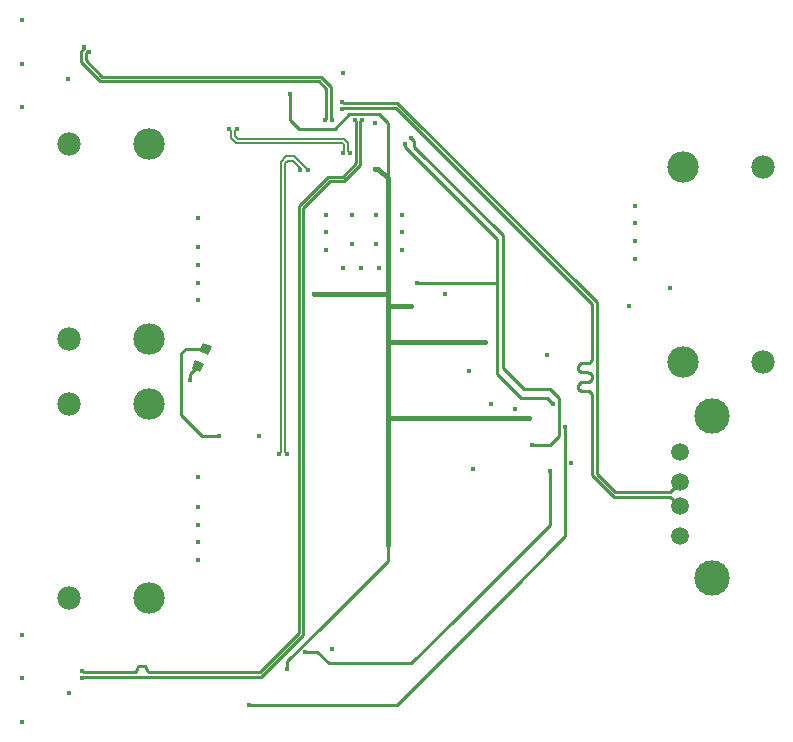
<source format=gbr>
G04 #@! TF.GenerationSoftware,KiCad,Pcbnew,(5.1.2)-2*
G04 #@! TF.CreationDate,2020-12-08T23:46:53+13:00*
G04 #@! TF.ProjectId,DPSwitch,44505377-6974-4636-982e-6b696361645f,rev?*
G04 #@! TF.SameCoordinates,Original*
G04 #@! TF.FileFunction,Copper,L4,Bot*
G04 #@! TF.FilePolarity,Positive*
%FSLAX46Y46*%
G04 Gerber Fmt 4.6, Leading zero omitted, Abs format (unit mm)*
G04 Created by KiCad (PCBNEW (5.1.2)-2) date 2020-12-08 23:46:53*
%MOMM*%
%LPD*%
G04 APERTURE LIST*
%ADD10C,0.800000*%
%ADD11C,0.100000*%
%ADD12C,2.660000*%
%ADD13C,1.982000*%
%ADD14C,1.500000*%
%ADD15C,3.000000*%
%ADD16C,0.450000*%
%ADD17C,0.400000*%
%ADD18C,0.250000*%
%ADD19C,0.152400*%
%ADD20C,0.228600*%
G04 APERTURE END LIST*
D10*
X79075390Y-70619164D03*
D11*
G36*
X79278114Y-71147277D02*
G01*
X78547277Y-70821888D01*
X78872666Y-70091051D01*
X79603503Y-70416440D01*
X79278114Y-71147277D01*
X79278114Y-71147277D01*
G37*
D10*
X78424610Y-72080836D03*
D11*
G36*
X78627334Y-72608949D02*
G01*
X77896497Y-72283560D01*
X78221886Y-71552723D01*
X78952723Y-71878112D01*
X78627334Y-72608949D01*
X78627334Y-72608949D01*
G37*
D12*
X74260000Y-69750000D03*
D13*
X67480000Y-69750000D03*
X67480000Y-53250000D03*
D12*
X74260000Y-53250000D03*
D14*
X119250000Y-79390000D03*
X119250000Y-81930000D03*
X119250000Y-83960000D03*
X119250000Y-86500000D03*
D15*
X121920000Y-76340000D03*
X121920000Y-90060000D03*
D12*
X119490000Y-55250000D03*
D13*
X126270000Y-55250000D03*
X126270000Y-71750000D03*
D12*
X119490000Y-71750000D03*
X74260000Y-91750000D03*
D13*
X67480000Y-91750000D03*
X67480000Y-75250000D03*
D12*
X74260000Y-75250000D03*
D16*
X91500000Y-61750000D03*
X93500000Y-61750000D03*
X93500000Y-59250000D03*
X91500000Y-59250000D03*
X115400000Y-60000000D03*
X115400000Y-58500000D03*
X115400000Y-61500000D03*
X115400000Y-63000000D03*
X78400000Y-59500000D03*
X78400000Y-62000000D03*
X78400000Y-63500000D03*
X78400000Y-65000000D03*
X78400000Y-66500000D03*
X78400000Y-84000000D03*
X78400000Y-85500000D03*
X78400000Y-87000000D03*
X78400000Y-88500000D03*
X89250000Y-62250000D03*
X89250000Y-60750000D03*
X89250000Y-59250000D03*
X78400000Y-81500000D03*
X118400000Y-65500000D03*
X93400000Y-51500000D03*
X99386802Y-66013198D03*
X101400000Y-72500000D03*
X108000000Y-71100000D03*
X114900000Y-67000000D03*
X89750000Y-96000000D03*
X90750000Y-47250000D03*
X90750000Y-63750000D03*
X92250000Y-63750000D03*
X93750000Y-63750000D03*
X95750000Y-59250000D03*
X95750000Y-60750000D03*
X95750000Y-62250000D03*
X83600000Y-78000000D03*
X67400000Y-47800000D03*
X63500000Y-46500000D03*
X63500000Y-42817000D03*
X63500000Y-50183000D03*
X63500000Y-98500000D03*
X63500000Y-94817000D03*
X63500000Y-102183000D03*
X67500000Y-99750000D03*
X103250000Y-75250000D03*
X101700000Y-80800000D03*
X110000000Y-80250000D03*
X105250000Y-75750000D03*
X93400000Y-55400000D03*
X102750000Y-70000000D03*
X88250000Y-66000000D03*
X96500000Y-67000000D03*
X86250000Y-49000000D03*
X77750000Y-73250000D03*
X86000000Y-97750000D03*
X99800000Y-76450000D03*
X106450000Y-76450000D03*
X87064028Y-55434445D03*
X85976600Y-79500000D03*
X87717228Y-55434445D03*
X85323400Y-79500000D03*
X89204515Y-51250000D03*
X68791060Y-45041060D03*
X89795485Y-51250000D03*
X69208940Y-45458940D03*
X90650000Y-50295485D03*
X90673400Y-54000000D03*
X81073400Y-52000000D03*
X91326600Y-54000000D03*
X81726600Y-52000000D03*
X90650000Y-49704515D03*
X80250000Y-78000000D03*
X91704515Y-51250000D03*
X68650000Y-97880665D03*
X92295485Y-51250000D03*
X68650000Y-98471635D03*
X96000000Y-53250000D03*
X97000000Y-65000000D03*
X108500000Y-75250000D03*
X87500000Y-96250000D03*
X108250000Y-81000000D03*
X82750000Y-100750000D03*
X109500000Y-77250000D03*
X96500000Y-52750000D03*
X106750000Y-78750000D03*
D17*
X93718198Y-55400000D02*
X94500000Y-56181802D01*
X93400000Y-55400000D02*
X93718198Y-55400000D01*
X94500000Y-66000000D02*
X88250000Y-66000000D01*
X94500000Y-67000000D02*
X94500000Y-69250000D01*
X94500000Y-66000000D02*
X94500000Y-67000000D01*
X94500000Y-67000000D02*
X96500000Y-67000000D01*
X94500000Y-56181802D02*
X94500000Y-56750000D01*
X94500000Y-56750000D02*
X94500000Y-66000000D01*
D18*
X94500000Y-51500000D02*
X93750000Y-50750000D01*
X91250000Y-50750000D02*
X90000000Y-52000000D01*
X93750000Y-50750000D02*
X91250000Y-50750000D01*
X94500000Y-56750000D02*
X94500000Y-51500000D01*
X86250000Y-51250000D02*
X87000000Y-52000000D01*
X86250000Y-49000000D02*
X86250000Y-51250000D01*
X90000000Y-52000000D02*
X87000000Y-52000000D01*
D17*
X95500000Y-70000000D02*
X94500000Y-70000000D01*
X94500000Y-69250000D02*
X94500000Y-70000000D01*
X95500000Y-70000000D02*
X102750000Y-70000000D01*
X94500000Y-78250000D02*
X94500000Y-87250000D01*
D18*
X78424610Y-72080836D02*
X77750000Y-72755446D01*
X77750000Y-72755446D02*
X77750000Y-73250000D01*
X94500000Y-88583998D02*
X89041999Y-94041999D01*
X94500000Y-87250000D02*
X94500000Y-88583998D01*
X86000000Y-97083998D02*
X89041999Y-94041999D01*
X89041999Y-94041999D02*
X89250000Y-93833998D01*
D17*
X94550000Y-76450000D02*
X94500000Y-76500000D01*
X99800000Y-76450000D02*
X94550000Y-76450000D01*
X94500000Y-70000000D02*
X94500000Y-76500000D01*
X94500000Y-76500000D02*
X94500000Y-78250000D01*
D18*
X86000000Y-97750000D02*
X86000000Y-97083998D01*
D17*
X99800000Y-76450000D02*
X106450000Y-76450000D01*
D19*
X85827800Y-54923648D02*
X86073648Y-54677800D01*
X85827800Y-79351200D02*
X85827800Y-54923648D01*
X85976600Y-79500000D02*
X85827800Y-79351200D01*
X87064028Y-55284140D02*
X87064028Y-55434445D01*
X86073648Y-54677800D02*
X86457688Y-54677800D01*
X86457688Y-54677800D02*
X87064028Y-55284140D01*
X85472200Y-54776352D02*
X85926352Y-54322200D01*
X85472200Y-79351200D02*
X85472200Y-54776352D01*
X85323400Y-79500000D02*
X85472200Y-79351200D01*
X87315475Y-55032692D02*
X87717228Y-55434445D01*
X86604983Y-54322200D02*
X87315475Y-55032692D01*
X85926352Y-54322200D02*
X86604983Y-54322200D01*
D20*
X89315215Y-51139300D02*
X89315215Y-48576541D01*
X89204515Y-51250000D02*
X89315215Y-51139300D01*
X89315215Y-48576541D02*
X88673459Y-47934785D01*
X88673459Y-47934785D02*
X70173459Y-47934785D01*
X70173459Y-47934785D02*
X68565215Y-46326541D01*
X68791060Y-45197614D02*
X68791060Y-45041060D01*
X68565215Y-45423459D02*
X68791060Y-45197614D01*
X68565215Y-46326541D02*
X68565215Y-45423459D01*
X70326541Y-47565215D02*
X68934785Y-46173459D01*
X88826541Y-47565215D02*
X70326541Y-47565215D01*
X89684785Y-48423459D02*
X88826541Y-47565215D01*
X89795485Y-51250000D02*
X89684785Y-51139300D01*
X89684785Y-51139300D02*
X89684785Y-48423459D01*
X68934785Y-46173459D02*
X68934785Y-45576541D01*
X68934785Y-45576541D02*
X69052386Y-45458940D01*
X69052386Y-45458940D02*
X69208940Y-45458940D01*
X111815215Y-71415215D02*
X111815215Y-66826541D01*
X111727948Y-71664610D02*
X111775603Y-71588768D01*
X111664611Y-71727947D02*
X111727948Y-71664610D01*
X111588769Y-71775602D02*
X111664611Y-71727947D01*
X111504224Y-71805186D02*
X111588769Y-71775602D01*
X111415215Y-71815215D02*
X111504224Y-71805186D01*
X110997325Y-71815215D02*
X111415215Y-71815215D01*
X110908317Y-71825243D02*
X110997325Y-71815215D01*
X110823772Y-71854827D02*
X110908317Y-71825243D01*
X110747930Y-71902482D02*
X110823772Y-71854827D01*
X110684593Y-71965819D02*
X110747930Y-71902482D01*
X110636938Y-72041661D02*
X110684593Y-71965819D01*
X95173459Y-50184785D02*
X90760700Y-50184785D01*
X110607354Y-72126206D02*
X110636938Y-72041661D01*
X110597325Y-72215215D02*
X110607354Y-72126206D01*
X110607354Y-72304223D02*
X110597325Y-72215215D01*
X111805187Y-71504223D02*
X111815215Y-71415215D01*
X110636938Y-72388768D02*
X110607354Y-72304223D01*
X110684593Y-72464610D02*
X110636938Y-72388768D01*
X110747930Y-72527947D02*
X110684593Y-72464610D01*
X110823772Y-72575602D02*
X110747930Y-72527947D01*
X110908317Y-72605186D02*
X110823772Y-72575602D01*
X110997325Y-72615215D02*
X110908317Y-72605186D01*
X111415215Y-72615215D02*
X110997325Y-72615215D01*
X111504224Y-72625243D02*
X111415215Y-72615215D01*
X111588769Y-72654827D02*
X111504224Y-72625243D01*
X111664611Y-72702482D02*
X111588769Y-72654827D01*
X111727948Y-72765819D02*
X111664611Y-72702482D01*
X111775603Y-72841661D02*
X111727948Y-72765819D01*
X110823772Y-74175602D02*
X110747930Y-74127947D01*
X110908317Y-74205186D02*
X110823772Y-74175602D01*
X111775603Y-73188768D02*
X111805187Y-73104223D01*
X111415215Y-74215215D02*
X110997325Y-74215215D01*
X110908317Y-73425243D02*
X110997325Y-73415215D01*
X111504224Y-74225243D02*
X111415215Y-74215215D01*
X110997325Y-73415215D02*
X111415215Y-73415215D01*
X111588769Y-74254827D02*
X111504224Y-74225243D01*
X110747930Y-74127947D02*
X110684593Y-74064610D01*
X111664611Y-74302482D02*
X111588769Y-74254827D01*
X110684593Y-73565819D02*
X110747930Y-73502482D01*
X111727948Y-74365819D02*
X111664611Y-74302482D01*
X111805187Y-74526206D02*
X111775603Y-74441661D01*
X110997325Y-74215215D02*
X110908317Y-74205186D01*
X111775603Y-74441661D02*
X111727948Y-74365819D01*
X110684593Y-74064610D02*
X110636938Y-73988768D01*
X118419785Y-83129785D02*
X113618459Y-83129785D01*
X119250000Y-83960000D02*
X118419785Y-83129785D01*
X111727948Y-73264610D02*
X111775603Y-73188768D01*
X113618459Y-83129785D02*
X111815215Y-81326541D01*
X111815215Y-81326541D02*
X111815215Y-74615215D01*
X111815215Y-74615215D02*
X111805187Y-74526206D01*
X111588769Y-73375602D02*
X111664611Y-73327947D01*
X110636938Y-73988768D02*
X110607354Y-73904223D01*
X110607354Y-73904223D02*
X110597325Y-73815215D01*
X110597325Y-73815215D02*
X110607354Y-73726206D01*
X110607354Y-73726206D02*
X110636938Y-73641661D01*
X111504224Y-73405186D02*
X111588769Y-73375602D01*
X110636938Y-73641661D02*
X110684593Y-73565819D01*
X111815215Y-66826541D02*
X95173459Y-50184785D01*
X110747930Y-73502482D02*
X110823772Y-73454827D01*
X111805187Y-72926206D02*
X111775603Y-72841661D01*
X111775603Y-71588768D02*
X111805187Y-71504223D01*
X110823772Y-73454827D02*
X110908317Y-73425243D01*
X90760700Y-50184785D02*
X90650000Y-50295485D01*
X111415215Y-73415215D02*
X111504224Y-73405186D01*
X111664611Y-73327947D02*
X111727948Y-73264610D01*
X111805187Y-73104223D02*
X111815215Y-73015215D01*
X111815215Y-73015215D02*
X111805187Y-72926206D01*
D19*
X81073400Y-52000000D02*
X81222200Y-52148800D01*
X81222200Y-52148800D02*
X81222200Y-52723648D01*
X81222200Y-52723648D02*
X81676352Y-53177800D01*
X81676352Y-53177800D02*
X90676352Y-53177800D01*
X90822200Y-53851200D02*
X90673400Y-54000000D01*
X90822200Y-53323648D02*
X90822200Y-53851200D01*
X90676352Y-53177800D02*
X90822200Y-53323648D01*
X81726600Y-52000000D02*
X81577800Y-52148800D01*
X81577800Y-52148800D02*
X81577800Y-52576352D01*
X81577800Y-52576352D02*
X81823648Y-52822200D01*
X81823648Y-52822200D02*
X90823648Y-52822200D01*
X91177800Y-53851200D02*
X91326600Y-54000000D01*
X90823648Y-52822200D02*
X91177800Y-53176352D01*
X91177800Y-53176352D02*
X91177800Y-53851200D01*
D20*
X90650000Y-49704515D02*
X90760700Y-49815215D01*
X90760700Y-49815215D02*
X95326541Y-49815215D01*
X95326541Y-49815215D02*
X112184785Y-66673459D01*
X112184785Y-66673459D02*
X112184785Y-81173459D01*
X118419785Y-82760215D02*
X119250000Y-81930000D01*
X112184785Y-81173459D02*
X113771541Y-82760215D01*
X113771541Y-82760215D02*
X118419785Y-82760215D01*
D18*
X77380836Y-70619164D02*
X79075390Y-70619164D01*
X77000000Y-71000000D02*
X77380836Y-70619164D01*
X77000000Y-76250000D02*
X77000000Y-71000000D01*
X80250000Y-78000000D02*
X78750000Y-78000000D01*
X78750000Y-78000000D02*
X77000000Y-76250000D01*
D20*
X91815215Y-51360700D02*
X91704515Y-51250000D01*
X73552675Y-97447325D02*
X73808635Y-97447325D01*
X73434649Y-97474264D02*
X73492144Y-97454146D01*
X73340001Y-97549744D02*
X73383073Y-97506672D01*
X68760700Y-97991365D02*
X73008635Y-97991365D01*
X73383073Y-97506672D02*
X73434649Y-97474264D01*
X73926660Y-97474264D02*
X73978236Y-97506672D01*
X73307593Y-97601320D02*
X73340001Y-97549744D01*
X73492144Y-97454146D02*
X73552675Y-97447325D01*
X73287475Y-97658815D02*
X73307593Y-97601320D01*
X73273834Y-97779876D02*
X73287475Y-97658815D01*
X73253716Y-97837371D02*
X73273834Y-97779876D01*
X73221308Y-97888947D02*
X73253716Y-97837371D01*
X86965215Y-94673459D02*
X86965215Y-58523459D01*
X68650000Y-97880665D02*
X68760700Y-97991365D01*
X73008635Y-97991365D02*
X73069165Y-97984545D01*
X73069165Y-97984545D02*
X73126660Y-97964427D01*
X74107593Y-97837371D02*
X74140001Y-97888947D01*
X73126660Y-97964427D02*
X73178236Y-97932019D01*
X73178236Y-97932019D02*
X73221308Y-97888947D01*
X73808635Y-97447325D02*
X73869165Y-97454146D01*
X73869165Y-97454146D02*
X73926660Y-97474264D01*
X73978236Y-97506672D02*
X74021308Y-97549744D01*
X74087475Y-97779876D02*
X74107593Y-97837371D01*
X74021308Y-97549744D02*
X74053716Y-97601320D01*
X74053716Y-97601320D02*
X74073834Y-97658815D01*
X74073834Y-97658815D02*
X74087475Y-97779876D01*
X74234649Y-97964427D02*
X74292144Y-97984545D01*
X74140001Y-97888947D02*
X74183073Y-97932019D01*
X90673459Y-56065215D02*
X91815215Y-54923459D01*
X74183073Y-97932019D02*
X74234649Y-97964427D01*
X74292144Y-97984545D02*
X74352675Y-97991365D01*
X74352675Y-97991365D02*
X83647309Y-97991365D01*
X83647309Y-97991365D02*
X86965215Y-94673459D01*
X86965215Y-58523459D02*
X89423459Y-56065215D01*
X89423459Y-56065215D02*
X90673459Y-56065215D01*
X91815215Y-54923459D02*
X91815215Y-51360700D01*
X68650000Y-98471635D02*
X68760700Y-98360935D01*
X87334785Y-94826541D02*
X87334785Y-58676541D01*
X83800391Y-98360935D02*
X87334785Y-94826541D01*
X87334785Y-58676541D02*
X89576541Y-56434785D01*
X68760700Y-98360935D02*
X83800391Y-98360935D01*
X89576541Y-56434785D02*
X90826541Y-56434785D01*
X92184785Y-51360700D02*
X92295485Y-51250000D01*
X90826541Y-56434785D02*
X92184785Y-55076541D01*
X92184785Y-55076541D02*
X92184785Y-51360700D01*
D18*
X96000000Y-53568198D02*
X103750000Y-61318198D01*
X96000000Y-53250000D02*
X96000000Y-53568198D01*
X97000000Y-65000000D02*
X103750000Y-65000000D01*
X103750000Y-61318198D02*
X103750000Y-65000000D01*
X103750000Y-72250000D02*
X103750000Y-72750000D01*
X103750000Y-65000000D02*
X103750000Y-72250000D01*
X103750000Y-72750000D02*
X105750000Y-74750000D01*
X105750000Y-74750000D02*
X108000000Y-74750000D01*
X108000000Y-74750000D02*
X108500000Y-75250000D01*
X87500000Y-96250000D02*
X88500000Y-96250000D01*
X88500000Y-96250000D02*
X89500000Y-97250000D01*
X89500000Y-97250000D02*
X96500000Y-97250000D01*
X96500000Y-97250000D02*
X100375000Y-93375000D01*
X100375000Y-93375000D02*
X100500000Y-93250000D01*
X100500000Y-93250000D02*
X103250000Y-90500000D01*
X103250000Y-90500000D02*
X104250000Y-89500000D01*
X104250000Y-89500000D02*
X105250000Y-88500000D01*
X105250000Y-88500000D02*
X108250000Y-85500000D01*
X108250000Y-85500000D02*
X108250000Y-81000000D01*
X82750000Y-100750000D02*
X95250000Y-100750000D01*
X105500000Y-90500000D02*
X95250000Y-100750000D01*
X105500000Y-90500000D02*
X108250000Y-87750000D01*
X108250000Y-87750000D02*
X109500000Y-86500000D01*
X109500000Y-86500000D02*
X109500000Y-77250000D01*
X96500000Y-52750000D02*
X96750000Y-53000000D01*
X96750000Y-53000000D02*
X96750000Y-53500000D01*
X96750000Y-53500000D02*
X104250000Y-61000000D01*
X104250000Y-67750000D02*
X104250000Y-68250000D01*
X104250000Y-61000000D02*
X104250000Y-67750000D01*
X104250000Y-72250000D02*
X105750000Y-73750000D01*
X104250000Y-67750000D02*
X104250000Y-72250000D01*
X105750000Y-73750000D02*
X106000000Y-74000000D01*
X106000000Y-74000000D02*
X108250000Y-74000000D01*
X108250000Y-74000000D02*
X109000000Y-74750000D01*
X109000000Y-74750000D02*
X109000000Y-78000000D01*
X109000000Y-78000000D02*
X108250000Y-78750000D01*
X108250000Y-78750000D02*
X106750000Y-78750000D01*
M02*

</source>
